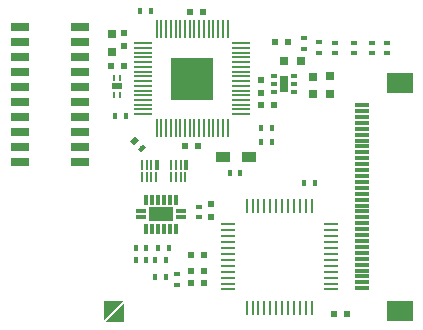
<source format=gtp>
G04 #@! TF.GenerationSoftware,KiCad,Pcbnew,(5.1.0)-1*
G04 #@! TF.CreationDate,2020-06-02T11:39:52-04:00*
G04 #@! TF.ProjectId,ThreeDeeO,54687265-6544-4656-954f-2e6b69636164,rev?*
G04 #@! TF.SameCoordinates,Original*
G04 #@! TF.FileFunction,Paste,Top*
G04 #@! TF.FilePolarity,Positive*
%FSLAX46Y46*%
G04 Gerber Fmt 4.6, Leading zero omitted, Abs format (unit mm)*
G04 Created by KiCad (PCBNEW (5.1.0)-1) date 2020-06-02 11:39:52*
%MOMM*%
%LPD*%
G04 APERTURE LIST*
%ADD10C,0.100000*%
%ADD11R,1.560000X0.220000*%
%ADD12R,0.220000X1.560000*%
%ADD13R,3.610000X3.610000*%
%ADD14R,0.300000X0.850000*%
%ADD15R,0.850000X0.300000*%
%ADD16R,2.150000X1.150000*%
%ADD17R,0.600000X0.400000*%
%ADD18R,0.700000X1.400000*%
%ADD19R,0.250000X0.500000*%
%ADD20R,0.860000X0.500000*%
%ADD21R,0.400000X0.600000*%
%ADD22R,0.600000X0.500000*%
%ADD23R,0.750000X0.800000*%
%ADD24R,1.300000X0.250000*%
%ADD25R,0.250000X1.300000*%
%ADD26R,1.300000X0.300000*%
%ADD27R,2.200000X1.800000*%
%ADD28R,0.500000X0.600000*%
%ADD29R,0.320000X0.880000*%
%ADD30R,0.220000X0.880000*%
%ADD31R,0.800000X0.750000*%
%ADD32C,0.400000*%
%ADD33R,1.200000X0.900000*%
%ADD34R,1.600000X0.760000*%
%ADD35C,0.001000*%
G04 APERTURE END LIST*
D10*
G36*
X152180000Y-56210000D02*
G01*
X154480000Y-56210000D01*
X154480000Y-58510000D01*
X152180000Y-58510000D01*
X152180000Y-56210000D01*
G37*
D11*
X149150000Y-54360000D03*
X149150000Y-54760000D03*
X149150000Y-55160000D03*
X149150000Y-55560000D03*
X149150000Y-55960000D03*
X149150000Y-56360000D03*
X149150000Y-56760000D03*
X149150000Y-57160000D03*
X149150000Y-57560000D03*
X149150000Y-57960000D03*
X149150000Y-58360000D03*
X149150000Y-58760000D03*
X149150000Y-59160000D03*
X149150000Y-59560000D03*
X149150000Y-59960000D03*
X149150000Y-60360000D03*
D12*
X150330000Y-61540000D03*
X150730000Y-61540000D03*
X151130000Y-61540000D03*
X151530000Y-61540000D03*
X151930000Y-61540000D03*
X152330000Y-61540000D03*
X152730000Y-61540000D03*
X153130000Y-61540000D03*
X153530000Y-61540000D03*
X153930000Y-61540000D03*
X154330000Y-61540000D03*
X154730000Y-61540000D03*
X155130000Y-61540000D03*
X155530000Y-61540000D03*
X155930000Y-61540000D03*
X156330000Y-61540000D03*
D11*
X157510000Y-60360000D03*
X157510000Y-59960000D03*
X157510000Y-59560000D03*
X157510000Y-59160000D03*
X157510000Y-58760000D03*
X157510000Y-58360000D03*
X157510000Y-57960000D03*
X157510000Y-57560000D03*
X157510000Y-57160000D03*
X157510000Y-56760000D03*
X157510000Y-56360000D03*
X157510000Y-55960000D03*
X157510000Y-55560000D03*
X157510000Y-55160000D03*
X157510000Y-54760000D03*
X157510000Y-54360000D03*
D12*
X156330000Y-53180000D03*
X155930000Y-53180000D03*
X155530000Y-53180000D03*
X155130000Y-53180000D03*
X154730000Y-53180000D03*
X154330000Y-53180000D03*
X153930000Y-53180000D03*
X153530000Y-53180000D03*
X153130000Y-53180000D03*
X152730000Y-53180000D03*
X152330000Y-53180000D03*
X151930000Y-53180000D03*
X151530000Y-53180000D03*
X151130000Y-53180000D03*
X150730000Y-53180000D03*
X150330000Y-53180000D03*
D13*
X153330000Y-57360000D03*
D14*
X151950000Y-67650000D03*
X151450000Y-67650000D03*
X150950000Y-67650000D03*
X150450000Y-67650000D03*
X149950000Y-67650000D03*
X149450000Y-67650000D03*
D15*
X149000000Y-68600000D03*
X149000000Y-69100000D03*
D14*
X149450000Y-70050000D03*
X149950000Y-70050000D03*
X150450000Y-70050000D03*
X150950000Y-70050000D03*
X151450000Y-70050000D03*
X151950000Y-70050000D03*
D15*
X152400000Y-69100000D03*
X152400000Y-68600000D03*
D16*
X150700000Y-68850000D03*
D17*
X160230000Y-57800000D03*
X160230000Y-57150000D03*
X160230000Y-58450000D03*
X161930000Y-58450000D03*
X161930000Y-57800000D03*
X161930000Y-57150000D03*
D18*
X161080000Y-57800000D03*
D19*
X147250000Y-57300000D03*
X146750000Y-57300000D03*
X146750000Y-58700000D03*
X147250000Y-58700000D03*
D20*
X147000000Y-58000000D03*
D21*
X162800000Y-66200000D03*
X163700000Y-66200000D03*
D22*
X160350000Y-54260000D03*
X161450000Y-54260000D03*
D17*
X162820000Y-54810000D03*
X162820000Y-53910000D03*
X164100000Y-54290000D03*
X164100000Y-55190000D03*
D23*
X163600000Y-57175000D03*
X163600000Y-58675000D03*
X165025000Y-58650000D03*
X165025000Y-57150000D03*
D17*
X165400000Y-55200000D03*
X165400000Y-54300000D03*
X167000000Y-54300000D03*
X167000000Y-55200000D03*
X168600000Y-54300000D03*
X168600000Y-55200000D03*
X169825000Y-54300000D03*
X169825000Y-55200000D03*
D22*
X154300000Y-74650000D03*
X153200000Y-74650000D03*
X153200000Y-73600000D03*
X154300000Y-73600000D03*
X154300000Y-72300000D03*
X153200000Y-72300000D03*
D24*
X156350000Y-69700000D03*
X156350000Y-70200000D03*
X156350000Y-70700000D03*
X156350000Y-71200000D03*
X156350000Y-71700000D03*
X156350000Y-72200000D03*
X156350000Y-72700000D03*
X156350000Y-73200000D03*
X156350000Y-73700000D03*
X156350000Y-74200000D03*
X156350000Y-74700000D03*
X156350000Y-75200000D03*
D25*
X157950000Y-76800000D03*
X158450000Y-76800000D03*
X158950000Y-76800000D03*
X159450000Y-76800000D03*
X159950000Y-76800000D03*
X160450000Y-76800000D03*
X160950000Y-76800000D03*
X161450000Y-76800000D03*
X161950000Y-76800000D03*
X162450000Y-76800000D03*
X162950000Y-76800000D03*
X163450000Y-76800000D03*
D24*
X165050000Y-75200000D03*
X165050000Y-74700000D03*
X165050000Y-74200000D03*
X165050000Y-73700000D03*
X165050000Y-73200000D03*
X165050000Y-72700000D03*
X165050000Y-72200000D03*
X165050000Y-71700000D03*
X165050000Y-71200000D03*
X165050000Y-70700000D03*
X165050000Y-70200000D03*
X165050000Y-69700000D03*
D25*
X163450000Y-68100000D03*
X162950000Y-68100000D03*
X162450000Y-68100000D03*
X161950000Y-68100000D03*
X161450000Y-68100000D03*
X160950000Y-68100000D03*
X160450000Y-68100000D03*
X159950000Y-68100000D03*
X159450000Y-68100000D03*
X158950000Y-68100000D03*
X158450000Y-68100000D03*
X157950000Y-68100000D03*
D26*
X167720000Y-67100000D03*
X167720000Y-66600000D03*
X167720000Y-66100000D03*
X167720000Y-65600000D03*
X167720000Y-65100000D03*
X167720000Y-64600000D03*
X167720000Y-64100000D03*
X167720000Y-63600000D03*
X167720000Y-63100000D03*
X167720000Y-62600000D03*
X167720000Y-62100000D03*
X167720000Y-61600000D03*
X167720000Y-61100000D03*
X167720000Y-60600000D03*
X167720000Y-60100000D03*
X167720000Y-59600000D03*
X167720000Y-67600000D03*
X167720000Y-68100000D03*
X167720000Y-68600000D03*
X167720000Y-69100000D03*
X167720000Y-69600000D03*
X167720000Y-70100000D03*
X167720000Y-70600000D03*
X167720000Y-71100000D03*
X167720000Y-71600000D03*
X167720000Y-72100000D03*
X167720000Y-72600000D03*
X167720000Y-73100000D03*
X167720000Y-73600000D03*
X167720000Y-74100000D03*
X167720000Y-74600000D03*
X167720000Y-75100000D03*
D27*
X170970000Y-77000000D03*
X170970000Y-57700000D03*
D22*
X166450000Y-77250000D03*
X165350000Y-77250000D03*
D28*
X154930000Y-68000000D03*
X154930000Y-69100000D03*
D17*
X152080000Y-74800000D03*
X152080000Y-73900000D03*
X153900000Y-69100000D03*
X153900000Y-68200000D03*
D21*
X151110000Y-74170000D03*
X150210000Y-74170000D03*
X151350000Y-71700000D03*
X150450000Y-71700000D03*
X150200000Y-72750000D03*
X151100000Y-72750000D03*
X148550000Y-71700000D03*
X149450000Y-71700000D03*
X148550000Y-72750000D03*
X149450000Y-72750000D03*
D29*
X152800000Y-64635000D03*
D30*
X152350000Y-64635000D03*
X151950000Y-64635000D03*
X151550000Y-64635000D03*
X151550000Y-65665000D03*
X151950000Y-65665000D03*
X152350000Y-65665000D03*
X152750000Y-65665000D03*
X150290000Y-65665000D03*
X149890000Y-65665000D03*
X149490000Y-65665000D03*
X149090000Y-65665000D03*
X149090000Y-64635000D03*
X149490000Y-64635000D03*
X149890000Y-64635000D03*
D29*
X150340000Y-64635000D03*
D22*
X154250000Y-51700000D03*
X153150000Y-51700000D03*
D28*
X147600000Y-54610000D03*
X147600000Y-53510000D03*
D22*
X159200000Y-59550000D03*
X160300000Y-59550000D03*
X153850000Y-63100000D03*
X152750000Y-63100000D03*
X146500000Y-56250000D03*
X147600000Y-56250000D03*
D28*
X159150000Y-57500000D03*
X159150000Y-58600000D03*
D21*
X148950000Y-51650000D03*
X149850000Y-51650000D03*
D23*
X146530000Y-55100000D03*
X146530000Y-53600000D03*
D31*
X162580000Y-55840000D03*
X161080000Y-55840000D03*
D32*
X149098198Y-63228198D03*
D10*
G36*
X148744645Y-63298909D02*
G01*
X149168909Y-62874645D01*
X149451751Y-63157487D01*
X149027487Y-63581751D01*
X148744645Y-63298909D01*
X148744645Y-63298909D01*
G37*
D32*
X148461802Y-62591802D03*
D10*
G36*
X148108249Y-62662513D02*
G01*
X148532513Y-62238249D01*
X148815355Y-62521091D01*
X148391091Y-62945355D01*
X148108249Y-62662513D01*
X148108249Y-62662513D01*
G37*
D21*
X147730000Y-60540000D03*
X146830000Y-60540000D03*
X159175000Y-61500000D03*
X160075000Y-61500000D03*
X160075000Y-62700000D03*
X159175000Y-62700000D03*
D33*
X158125000Y-64000000D03*
X155925000Y-64000000D03*
D21*
X157425000Y-65350000D03*
X156525000Y-65350000D03*
D34*
X143800000Y-53000000D03*
X143800000Y-54270000D03*
X143800000Y-55540000D03*
X143800000Y-56810000D03*
X143800000Y-58080000D03*
X143800000Y-59350000D03*
X143800000Y-60620000D03*
X143800000Y-61890000D03*
X143800000Y-63160000D03*
X143800000Y-64430000D03*
X138720000Y-53000000D03*
X138720000Y-54270000D03*
X138720000Y-55540000D03*
X138720000Y-56810000D03*
X138720000Y-58080000D03*
X138720000Y-59350000D03*
X138720000Y-60620000D03*
X138720000Y-61890000D03*
X138720000Y-63160000D03*
X138720000Y-64430000D03*
D35*
X147590000Y-77920000D03*
D10*
G36*
X147589500Y-77920000D02*
G01*
X145990000Y-77920000D01*
X147590000Y-76320000D01*
X147590000Y-77919500D01*
X147590500Y-77919500D01*
X147590500Y-77920500D01*
X147589500Y-77920500D01*
X147589500Y-77920000D01*
X147589500Y-77920000D01*
G37*
D35*
X145890000Y-76220000D03*
D10*
G36*
X145890500Y-76220000D02*
G01*
X147490000Y-76220000D01*
X145890000Y-77820000D01*
X145890000Y-76220500D01*
X145889500Y-76220500D01*
X145889500Y-76219500D01*
X145890500Y-76219500D01*
X145890500Y-76220000D01*
X145890500Y-76220000D01*
G37*
M02*

</source>
